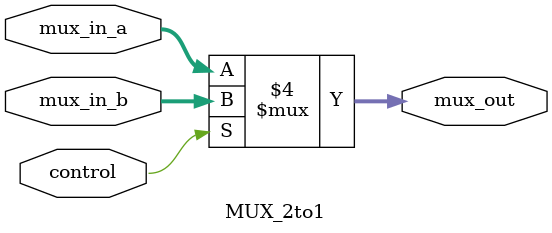
<source format=v>
module MUX_2to1     (input wire [31:0] mux_in_a,
			        input wire [31:0] mux_in_b,
			        input wire        control,
			        output reg [31:0] mux_out);

// when control = 0: out = a, control = 1: out = b
						
always @ (*)       
 if(control == 1)         
  mux_out = mux_in_b;
 else
  mux_out = mux_in_a;
  
endmodule
</source>
